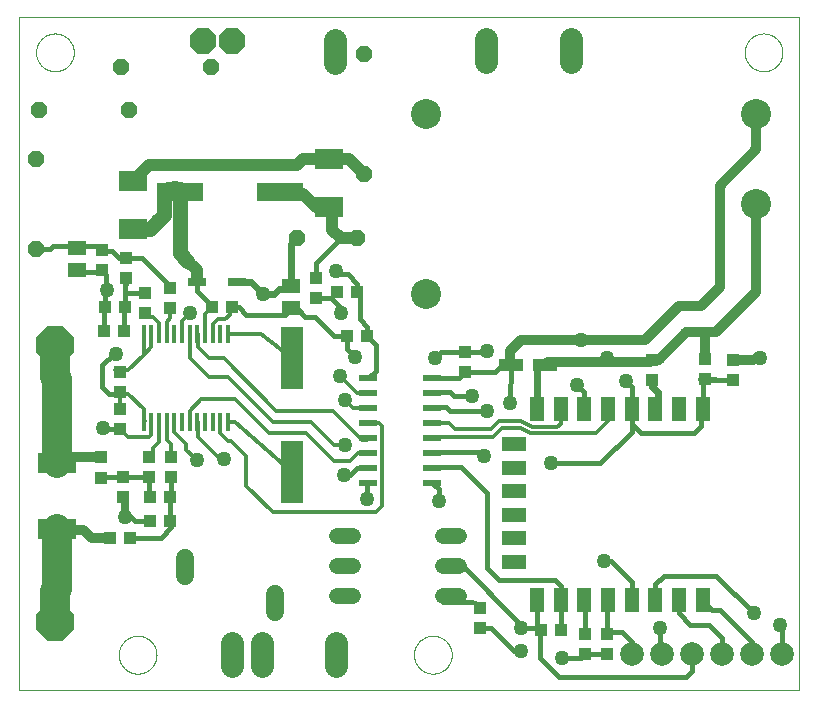
<source format=gtl>
G75*
%MOIN*%
%OFA0B0*%
%FSLAX25Y25*%
%IPPOS*%
%LPD*%
%AMOC8*
5,1,8,0,0,1.08239X$1,22.5*
%
%ADD10C,0.00000*%
%ADD11R,0.03937X0.04331*%
%ADD12R,0.04331X0.03937*%
%ADD13R,0.15354X0.06299*%
%ADD14R,0.07874X0.03937*%
%ADD15R,0.09449X0.07087*%
%ADD16R,0.06299X0.03150*%
%ADD17R,0.04724X0.07874*%
%ADD18R,0.07874X0.04724*%
%ADD19C,0.05200*%
%ADD20R,0.07600X0.21000*%
%ADD21OC8,0.05200*%
%ADD22OC8,0.07050*%
%ADD23C,0.06000*%
%ADD24R,0.05906X0.05118*%
%ADD25R,0.01378X0.05906*%
%ADD26C,0.10000*%
%ADD27C,0.07800*%
%ADD28R,0.06102X0.02362*%
%ADD29R,0.12598X0.07087*%
%ADD30C,0.07874*%
%ADD31OC8,0.12400*%
%ADD32OC8,0.08500*%
%ADD33C,0.05000*%
%ADD34C,0.02400*%
%ADD35C,0.01200*%
%ADD36C,0.01600*%
%ADD37C,0.06600*%
%ADD38C,0.04000*%
%ADD39C,0.10000*%
%ADD40C,0.03200*%
%ADD41C,0.05000*%
%ADD42C,0.01000*%
D10*
X0001256Y0022713D02*
X0001256Y0247122D01*
X0261108Y0247122D01*
X0261108Y0022713D01*
X0001256Y0022713D01*
X0034327Y0034524D02*
X0034329Y0034682D01*
X0034335Y0034840D01*
X0034345Y0034998D01*
X0034359Y0035156D01*
X0034377Y0035313D01*
X0034398Y0035470D01*
X0034424Y0035626D01*
X0034454Y0035782D01*
X0034487Y0035937D01*
X0034525Y0036090D01*
X0034566Y0036243D01*
X0034611Y0036395D01*
X0034660Y0036546D01*
X0034713Y0036695D01*
X0034769Y0036843D01*
X0034829Y0036989D01*
X0034893Y0037134D01*
X0034961Y0037277D01*
X0035032Y0037419D01*
X0035106Y0037559D01*
X0035184Y0037696D01*
X0035266Y0037832D01*
X0035350Y0037966D01*
X0035439Y0038097D01*
X0035530Y0038226D01*
X0035625Y0038353D01*
X0035722Y0038478D01*
X0035823Y0038600D01*
X0035927Y0038719D01*
X0036034Y0038836D01*
X0036144Y0038950D01*
X0036257Y0039061D01*
X0036372Y0039170D01*
X0036490Y0039275D01*
X0036611Y0039377D01*
X0036734Y0039477D01*
X0036860Y0039573D01*
X0036988Y0039666D01*
X0037118Y0039756D01*
X0037251Y0039842D01*
X0037386Y0039926D01*
X0037522Y0040005D01*
X0037661Y0040082D01*
X0037802Y0040154D01*
X0037944Y0040224D01*
X0038088Y0040289D01*
X0038234Y0040351D01*
X0038381Y0040409D01*
X0038530Y0040464D01*
X0038680Y0040515D01*
X0038831Y0040562D01*
X0038983Y0040605D01*
X0039136Y0040644D01*
X0039291Y0040680D01*
X0039446Y0040711D01*
X0039602Y0040739D01*
X0039758Y0040763D01*
X0039915Y0040783D01*
X0040073Y0040799D01*
X0040230Y0040811D01*
X0040389Y0040819D01*
X0040547Y0040823D01*
X0040705Y0040823D01*
X0040863Y0040819D01*
X0041022Y0040811D01*
X0041179Y0040799D01*
X0041337Y0040783D01*
X0041494Y0040763D01*
X0041650Y0040739D01*
X0041806Y0040711D01*
X0041961Y0040680D01*
X0042116Y0040644D01*
X0042269Y0040605D01*
X0042421Y0040562D01*
X0042572Y0040515D01*
X0042722Y0040464D01*
X0042871Y0040409D01*
X0043018Y0040351D01*
X0043164Y0040289D01*
X0043308Y0040224D01*
X0043450Y0040154D01*
X0043591Y0040082D01*
X0043730Y0040005D01*
X0043866Y0039926D01*
X0044001Y0039842D01*
X0044134Y0039756D01*
X0044264Y0039666D01*
X0044392Y0039573D01*
X0044518Y0039477D01*
X0044641Y0039377D01*
X0044762Y0039275D01*
X0044880Y0039170D01*
X0044995Y0039061D01*
X0045108Y0038950D01*
X0045218Y0038836D01*
X0045325Y0038719D01*
X0045429Y0038600D01*
X0045530Y0038478D01*
X0045627Y0038353D01*
X0045722Y0038226D01*
X0045813Y0038097D01*
X0045902Y0037966D01*
X0045986Y0037832D01*
X0046068Y0037696D01*
X0046146Y0037559D01*
X0046220Y0037419D01*
X0046291Y0037277D01*
X0046359Y0037134D01*
X0046423Y0036989D01*
X0046483Y0036843D01*
X0046539Y0036695D01*
X0046592Y0036546D01*
X0046641Y0036395D01*
X0046686Y0036243D01*
X0046727Y0036090D01*
X0046765Y0035937D01*
X0046798Y0035782D01*
X0046828Y0035626D01*
X0046854Y0035470D01*
X0046875Y0035313D01*
X0046893Y0035156D01*
X0046907Y0034998D01*
X0046917Y0034840D01*
X0046923Y0034682D01*
X0046925Y0034524D01*
X0046923Y0034366D01*
X0046917Y0034208D01*
X0046907Y0034050D01*
X0046893Y0033892D01*
X0046875Y0033735D01*
X0046854Y0033578D01*
X0046828Y0033422D01*
X0046798Y0033266D01*
X0046765Y0033111D01*
X0046727Y0032958D01*
X0046686Y0032805D01*
X0046641Y0032653D01*
X0046592Y0032502D01*
X0046539Y0032353D01*
X0046483Y0032205D01*
X0046423Y0032059D01*
X0046359Y0031914D01*
X0046291Y0031771D01*
X0046220Y0031629D01*
X0046146Y0031489D01*
X0046068Y0031352D01*
X0045986Y0031216D01*
X0045902Y0031082D01*
X0045813Y0030951D01*
X0045722Y0030822D01*
X0045627Y0030695D01*
X0045530Y0030570D01*
X0045429Y0030448D01*
X0045325Y0030329D01*
X0045218Y0030212D01*
X0045108Y0030098D01*
X0044995Y0029987D01*
X0044880Y0029878D01*
X0044762Y0029773D01*
X0044641Y0029671D01*
X0044518Y0029571D01*
X0044392Y0029475D01*
X0044264Y0029382D01*
X0044134Y0029292D01*
X0044001Y0029206D01*
X0043866Y0029122D01*
X0043730Y0029043D01*
X0043591Y0028966D01*
X0043450Y0028894D01*
X0043308Y0028824D01*
X0043164Y0028759D01*
X0043018Y0028697D01*
X0042871Y0028639D01*
X0042722Y0028584D01*
X0042572Y0028533D01*
X0042421Y0028486D01*
X0042269Y0028443D01*
X0042116Y0028404D01*
X0041961Y0028368D01*
X0041806Y0028337D01*
X0041650Y0028309D01*
X0041494Y0028285D01*
X0041337Y0028265D01*
X0041179Y0028249D01*
X0041022Y0028237D01*
X0040863Y0028229D01*
X0040705Y0028225D01*
X0040547Y0028225D01*
X0040389Y0028229D01*
X0040230Y0028237D01*
X0040073Y0028249D01*
X0039915Y0028265D01*
X0039758Y0028285D01*
X0039602Y0028309D01*
X0039446Y0028337D01*
X0039291Y0028368D01*
X0039136Y0028404D01*
X0038983Y0028443D01*
X0038831Y0028486D01*
X0038680Y0028533D01*
X0038530Y0028584D01*
X0038381Y0028639D01*
X0038234Y0028697D01*
X0038088Y0028759D01*
X0037944Y0028824D01*
X0037802Y0028894D01*
X0037661Y0028966D01*
X0037522Y0029043D01*
X0037386Y0029122D01*
X0037251Y0029206D01*
X0037118Y0029292D01*
X0036988Y0029382D01*
X0036860Y0029475D01*
X0036734Y0029571D01*
X0036611Y0029671D01*
X0036490Y0029773D01*
X0036372Y0029878D01*
X0036257Y0029987D01*
X0036144Y0030098D01*
X0036034Y0030212D01*
X0035927Y0030329D01*
X0035823Y0030448D01*
X0035722Y0030570D01*
X0035625Y0030695D01*
X0035530Y0030822D01*
X0035439Y0030951D01*
X0035350Y0031082D01*
X0035266Y0031216D01*
X0035184Y0031352D01*
X0035106Y0031489D01*
X0035032Y0031629D01*
X0034961Y0031771D01*
X0034893Y0031914D01*
X0034829Y0032059D01*
X0034769Y0032205D01*
X0034713Y0032353D01*
X0034660Y0032502D01*
X0034611Y0032653D01*
X0034566Y0032805D01*
X0034525Y0032958D01*
X0034487Y0033111D01*
X0034454Y0033266D01*
X0034424Y0033422D01*
X0034398Y0033578D01*
X0034377Y0033735D01*
X0034359Y0033892D01*
X0034345Y0034050D01*
X0034335Y0034208D01*
X0034329Y0034366D01*
X0034327Y0034524D01*
X0132752Y0034524D02*
X0132754Y0034682D01*
X0132760Y0034840D01*
X0132770Y0034998D01*
X0132784Y0035156D01*
X0132802Y0035313D01*
X0132823Y0035470D01*
X0132849Y0035626D01*
X0132879Y0035782D01*
X0132912Y0035937D01*
X0132950Y0036090D01*
X0132991Y0036243D01*
X0133036Y0036395D01*
X0133085Y0036546D01*
X0133138Y0036695D01*
X0133194Y0036843D01*
X0133254Y0036989D01*
X0133318Y0037134D01*
X0133386Y0037277D01*
X0133457Y0037419D01*
X0133531Y0037559D01*
X0133609Y0037696D01*
X0133691Y0037832D01*
X0133775Y0037966D01*
X0133864Y0038097D01*
X0133955Y0038226D01*
X0134050Y0038353D01*
X0134147Y0038478D01*
X0134248Y0038600D01*
X0134352Y0038719D01*
X0134459Y0038836D01*
X0134569Y0038950D01*
X0134682Y0039061D01*
X0134797Y0039170D01*
X0134915Y0039275D01*
X0135036Y0039377D01*
X0135159Y0039477D01*
X0135285Y0039573D01*
X0135413Y0039666D01*
X0135543Y0039756D01*
X0135676Y0039842D01*
X0135811Y0039926D01*
X0135947Y0040005D01*
X0136086Y0040082D01*
X0136227Y0040154D01*
X0136369Y0040224D01*
X0136513Y0040289D01*
X0136659Y0040351D01*
X0136806Y0040409D01*
X0136955Y0040464D01*
X0137105Y0040515D01*
X0137256Y0040562D01*
X0137408Y0040605D01*
X0137561Y0040644D01*
X0137716Y0040680D01*
X0137871Y0040711D01*
X0138027Y0040739D01*
X0138183Y0040763D01*
X0138340Y0040783D01*
X0138498Y0040799D01*
X0138655Y0040811D01*
X0138814Y0040819D01*
X0138972Y0040823D01*
X0139130Y0040823D01*
X0139288Y0040819D01*
X0139447Y0040811D01*
X0139604Y0040799D01*
X0139762Y0040783D01*
X0139919Y0040763D01*
X0140075Y0040739D01*
X0140231Y0040711D01*
X0140386Y0040680D01*
X0140541Y0040644D01*
X0140694Y0040605D01*
X0140846Y0040562D01*
X0140997Y0040515D01*
X0141147Y0040464D01*
X0141296Y0040409D01*
X0141443Y0040351D01*
X0141589Y0040289D01*
X0141733Y0040224D01*
X0141875Y0040154D01*
X0142016Y0040082D01*
X0142155Y0040005D01*
X0142291Y0039926D01*
X0142426Y0039842D01*
X0142559Y0039756D01*
X0142689Y0039666D01*
X0142817Y0039573D01*
X0142943Y0039477D01*
X0143066Y0039377D01*
X0143187Y0039275D01*
X0143305Y0039170D01*
X0143420Y0039061D01*
X0143533Y0038950D01*
X0143643Y0038836D01*
X0143750Y0038719D01*
X0143854Y0038600D01*
X0143955Y0038478D01*
X0144052Y0038353D01*
X0144147Y0038226D01*
X0144238Y0038097D01*
X0144327Y0037966D01*
X0144411Y0037832D01*
X0144493Y0037696D01*
X0144571Y0037559D01*
X0144645Y0037419D01*
X0144716Y0037277D01*
X0144784Y0037134D01*
X0144848Y0036989D01*
X0144908Y0036843D01*
X0144964Y0036695D01*
X0145017Y0036546D01*
X0145066Y0036395D01*
X0145111Y0036243D01*
X0145152Y0036090D01*
X0145190Y0035937D01*
X0145223Y0035782D01*
X0145253Y0035626D01*
X0145279Y0035470D01*
X0145300Y0035313D01*
X0145318Y0035156D01*
X0145332Y0034998D01*
X0145342Y0034840D01*
X0145348Y0034682D01*
X0145350Y0034524D01*
X0145348Y0034366D01*
X0145342Y0034208D01*
X0145332Y0034050D01*
X0145318Y0033892D01*
X0145300Y0033735D01*
X0145279Y0033578D01*
X0145253Y0033422D01*
X0145223Y0033266D01*
X0145190Y0033111D01*
X0145152Y0032958D01*
X0145111Y0032805D01*
X0145066Y0032653D01*
X0145017Y0032502D01*
X0144964Y0032353D01*
X0144908Y0032205D01*
X0144848Y0032059D01*
X0144784Y0031914D01*
X0144716Y0031771D01*
X0144645Y0031629D01*
X0144571Y0031489D01*
X0144493Y0031352D01*
X0144411Y0031216D01*
X0144327Y0031082D01*
X0144238Y0030951D01*
X0144147Y0030822D01*
X0144052Y0030695D01*
X0143955Y0030570D01*
X0143854Y0030448D01*
X0143750Y0030329D01*
X0143643Y0030212D01*
X0143533Y0030098D01*
X0143420Y0029987D01*
X0143305Y0029878D01*
X0143187Y0029773D01*
X0143066Y0029671D01*
X0142943Y0029571D01*
X0142817Y0029475D01*
X0142689Y0029382D01*
X0142559Y0029292D01*
X0142426Y0029206D01*
X0142291Y0029122D01*
X0142155Y0029043D01*
X0142016Y0028966D01*
X0141875Y0028894D01*
X0141733Y0028824D01*
X0141589Y0028759D01*
X0141443Y0028697D01*
X0141296Y0028639D01*
X0141147Y0028584D01*
X0140997Y0028533D01*
X0140846Y0028486D01*
X0140694Y0028443D01*
X0140541Y0028404D01*
X0140386Y0028368D01*
X0140231Y0028337D01*
X0140075Y0028309D01*
X0139919Y0028285D01*
X0139762Y0028265D01*
X0139604Y0028249D01*
X0139447Y0028237D01*
X0139288Y0028229D01*
X0139130Y0028225D01*
X0138972Y0028225D01*
X0138814Y0028229D01*
X0138655Y0028237D01*
X0138498Y0028249D01*
X0138340Y0028265D01*
X0138183Y0028285D01*
X0138027Y0028309D01*
X0137871Y0028337D01*
X0137716Y0028368D01*
X0137561Y0028404D01*
X0137408Y0028443D01*
X0137256Y0028486D01*
X0137105Y0028533D01*
X0136955Y0028584D01*
X0136806Y0028639D01*
X0136659Y0028697D01*
X0136513Y0028759D01*
X0136369Y0028824D01*
X0136227Y0028894D01*
X0136086Y0028966D01*
X0135947Y0029043D01*
X0135811Y0029122D01*
X0135676Y0029206D01*
X0135543Y0029292D01*
X0135413Y0029382D01*
X0135285Y0029475D01*
X0135159Y0029571D01*
X0135036Y0029671D01*
X0134915Y0029773D01*
X0134797Y0029878D01*
X0134682Y0029987D01*
X0134569Y0030098D01*
X0134459Y0030212D01*
X0134352Y0030329D01*
X0134248Y0030448D01*
X0134147Y0030570D01*
X0134050Y0030695D01*
X0133955Y0030822D01*
X0133864Y0030951D01*
X0133775Y0031082D01*
X0133691Y0031216D01*
X0133609Y0031352D01*
X0133531Y0031489D01*
X0133457Y0031629D01*
X0133386Y0031771D01*
X0133318Y0031914D01*
X0133254Y0032059D01*
X0133194Y0032205D01*
X0133138Y0032353D01*
X0133085Y0032502D01*
X0133036Y0032653D01*
X0132991Y0032805D01*
X0132950Y0032958D01*
X0132912Y0033111D01*
X0132879Y0033266D01*
X0132849Y0033422D01*
X0132823Y0033578D01*
X0132802Y0033735D01*
X0132784Y0033892D01*
X0132770Y0034050D01*
X0132760Y0034208D01*
X0132754Y0034366D01*
X0132752Y0034524D01*
X0242988Y0235311D02*
X0242990Y0235469D01*
X0242996Y0235627D01*
X0243006Y0235785D01*
X0243020Y0235943D01*
X0243038Y0236100D01*
X0243059Y0236257D01*
X0243085Y0236413D01*
X0243115Y0236569D01*
X0243148Y0236724D01*
X0243186Y0236877D01*
X0243227Y0237030D01*
X0243272Y0237182D01*
X0243321Y0237333D01*
X0243374Y0237482D01*
X0243430Y0237630D01*
X0243490Y0237776D01*
X0243554Y0237921D01*
X0243622Y0238064D01*
X0243693Y0238206D01*
X0243767Y0238346D01*
X0243845Y0238483D01*
X0243927Y0238619D01*
X0244011Y0238753D01*
X0244100Y0238884D01*
X0244191Y0239013D01*
X0244286Y0239140D01*
X0244383Y0239265D01*
X0244484Y0239387D01*
X0244588Y0239506D01*
X0244695Y0239623D01*
X0244805Y0239737D01*
X0244918Y0239848D01*
X0245033Y0239957D01*
X0245151Y0240062D01*
X0245272Y0240164D01*
X0245395Y0240264D01*
X0245521Y0240360D01*
X0245649Y0240453D01*
X0245779Y0240543D01*
X0245912Y0240629D01*
X0246047Y0240713D01*
X0246183Y0240792D01*
X0246322Y0240869D01*
X0246463Y0240941D01*
X0246605Y0241011D01*
X0246749Y0241076D01*
X0246895Y0241138D01*
X0247042Y0241196D01*
X0247191Y0241251D01*
X0247341Y0241302D01*
X0247492Y0241349D01*
X0247644Y0241392D01*
X0247797Y0241431D01*
X0247952Y0241467D01*
X0248107Y0241498D01*
X0248263Y0241526D01*
X0248419Y0241550D01*
X0248576Y0241570D01*
X0248734Y0241586D01*
X0248891Y0241598D01*
X0249050Y0241606D01*
X0249208Y0241610D01*
X0249366Y0241610D01*
X0249524Y0241606D01*
X0249683Y0241598D01*
X0249840Y0241586D01*
X0249998Y0241570D01*
X0250155Y0241550D01*
X0250311Y0241526D01*
X0250467Y0241498D01*
X0250622Y0241467D01*
X0250777Y0241431D01*
X0250930Y0241392D01*
X0251082Y0241349D01*
X0251233Y0241302D01*
X0251383Y0241251D01*
X0251532Y0241196D01*
X0251679Y0241138D01*
X0251825Y0241076D01*
X0251969Y0241011D01*
X0252111Y0240941D01*
X0252252Y0240869D01*
X0252391Y0240792D01*
X0252527Y0240713D01*
X0252662Y0240629D01*
X0252795Y0240543D01*
X0252925Y0240453D01*
X0253053Y0240360D01*
X0253179Y0240264D01*
X0253302Y0240164D01*
X0253423Y0240062D01*
X0253541Y0239957D01*
X0253656Y0239848D01*
X0253769Y0239737D01*
X0253879Y0239623D01*
X0253986Y0239506D01*
X0254090Y0239387D01*
X0254191Y0239265D01*
X0254288Y0239140D01*
X0254383Y0239013D01*
X0254474Y0238884D01*
X0254563Y0238753D01*
X0254647Y0238619D01*
X0254729Y0238483D01*
X0254807Y0238346D01*
X0254881Y0238206D01*
X0254952Y0238064D01*
X0255020Y0237921D01*
X0255084Y0237776D01*
X0255144Y0237630D01*
X0255200Y0237482D01*
X0255253Y0237333D01*
X0255302Y0237182D01*
X0255347Y0237030D01*
X0255388Y0236877D01*
X0255426Y0236724D01*
X0255459Y0236569D01*
X0255489Y0236413D01*
X0255515Y0236257D01*
X0255536Y0236100D01*
X0255554Y0235943D01*
X0255568Y0235785D01*
X0255578Y0235627D01*
X0255584Y0235469D01*
X0255586Y0235311D01*
X0255584Y0235153D01*
X0255578Y0234995D01*
X0255568Y0234837D01*
X0255554Y0234679D01*
X0255536Y0234522D01*
X0255515Y0234365D01*
X0255489Y0234209D01*
X0255459Y0234053D01*
X0255426Y0233898D01*
X0255388Y0233745D01*
X0255347Y0233592D01*
X0255302Y0233440D01*
X0255253Y0233289D01*
X0255200Y0233140D01*
X0255144Y0232992D01*
X0255084Y0232846D01*
X0255020Y0232701D01*
X0254952Y0232558D01*
X0254881Y0232416D01*
X0254807Y0232276D01*
X0254729Y0232139D01*
X0254647Y0232003D01*
X0254563Y0231869D01*
X0254474Y0231738D01*
X0254383Y0231609D01*
X0254288Y0231482D01*
X0254191Y0231357D01*
X0254090Y0231235D01*
X0253986Y0231116D01*
X0253879Y0230999D01*
X0253769Y0230885D01*
X0253656Y0230774D01*
X0253541Y0230665D01*
X0253423Y0230560D01*
X0253302Y0230458D01*
X0253179Y0230358D01*
X0253053Y0230262D01*
X0252925Y0230169D01*
X0252795Y0230079D01*
X0252662Y0229993D01*
X0252527Y0229909D01*
X0252391Y0229830D01*
X0252252Y0229753D01*
X0252111Y0229681D01*
X0251969Y0229611D01*
X0251825Y0229546D01*
X0251679Y0229484D01*
X0251532Y0229426D01*
X0251383Y0229371D01*
X0251233Y0229320D01*
X0251082Y0229273D01*
X0250930Y0229230D01*
X0250777Y0229191D01*
X0250622Y0229155D01*
X0250467Y0229124D01*
X0250311Y0229096D01*
X0250155Y0229072D01*
X0249998Y0229052D01*
X0249840Y0229036D01*
X0249683Y0229024D01*
X0249524Y0229016D01*
X0249366Y0229012D01*
X0249208Y0229012D01*
X0249050Y0229016D01*
X0248891Y0229024D01*
X0248734Y0229036D01*
X0248576Y0229052D01*
X0248419Y0229072D01*
X0248263Y0229096D01*
X0248107Y0229124D01*
X0247952Y0229155D01*
X0247797Y0229191D01*
X0247644Y0229230D01*
X0247492Y0229273D01*
X0247341Y0229320D01*
X0247191Y0229371D01*
X0247042Y0229426D01*
X0246895Y0229484D01*
X0246749Y0229546D01*
X0246605Y0229611D01*
X0246463Y0229681D01*
X0246322Y0229753D01*
X0246183Y0229830D01*
X0246047Y0229909D01*
X0245912Y0229993D01*
X0245779Y0230079D01*
X0245649Y0230169D01*
X0245521Y0230262D01*
X0245395Y0230358D01*
X0245272Y0230458D01*
X0245151Y0230560D01*
X0245033Y0230665D01*
X0244918Y0230774D01*
X0244805Y0230885D01*
X0244695Y0230999D01*
X0244588Y0231116D01*
X0244484Y0231235D01*
X0244383Y0231357D01*
X0244286Y0231482D01*
X0244191Y0231609D01*
X0244100Y0231738D01*
X0244011Y0231869D01*
X0243927Y0232003D01*
X0243845Y0232139D01*
X0243767Y0232276D01*
X0243693Y0232416D01*
X0243622Y0232558D01*
X0243554Y0232701D01*
X0243490Y0232846D01*
X0243430Y0232992D01*
X0243374Y0233140D01*
X0243321Y0233289D01*
X0243272Y0233440D01*
X0243227Y0233592D01*
X0243186Y0233745D01*
X0243148Y0233898D01*
X0243115Y0234053D01*
X0243085Y0234209D01*
X0243059Y0234365D01*
X0243038Y0234522D01*
X0243020Y0234679D01*
X0243006Y0234837D01*
X0242996Y0234995D01*
X0242990Y0235153D01*
X0242988Y0235311D01*
X0006768Y0235311D02*
X0006770Y0235469D01*
X0006776Y0235627D01*
X0006786Y0235785D01*
X0006800Y0235943D01*
X0006818Y0236100D01*
X0006839Y0236257D01*
X0006865Y0236413D01*
X0006895Y0236569D01*
X0006928Y0236724D01*
X0006966Y0236877D01*
X0007007Y0237030D01*
X0007052Y0237182D01*
X0007101Y0237333D01*
X0007154Y0237482D01*
X0007210Y0237630D01*
X0007270Y0237776D01*
X0007334Y0237921D01*
X0007402Y0238064D01*
X0007473Y0238206D01*
X0007547Y0238346D01*
X0007625Y0238483D01*
X0007707Y0238619D01*
X0007791Y0238753D01*
X0007880Y0238884D01*
X0007971Y0239013D01*
X0008066Y0239140D01*
X0008163Y0239265D01*
X0008264Y0239387D01*
X0008368Y0239506D01*
X0008475Y0239623D01*
X0008585Y0239737D01*
X0008698Y0239848D01*
X0008813Y0239957D01*
X0008931Y0240062D01*
X0009052Y0240164D01*
X0009175Y0240264D01*
X0009301Y0240360D01*
X0009429Y0240453D01*
X0009559Y0240543D01*
X0009692Y0240629D01*
X0009827Y0240713D01*
X0009963Y0240792D01*
X0010102Y0240869D01*
X0010243Y0240941D01*
X0010385Y0241011D01*
X0010529Y0241076D01*
X0010675Y0241138D01*
X0010822Y0241196D01*
X0010971Y0241251D01*
X0011121Y0241302D01*
X0011272Y0241349D01*
X0011424Y0241392D01*
X0011577Y0241431D01*
X0011732Y0241467D01*
X0011887Y0241498D01*
X0012043Y0241526D01*
X0012199Y0241550D01*
X0012356Y0241570D01*
X0012514Y0241586D01*
X0012671Y0241598D01*
X0012830Y0241606D01*
X0012988Y0241610D01*
X0013146Y0241610D01*
X0013304Y0241606D01*
X0013463Y0241598D01*
X0013620Y0241586D01*
X0013778Y0241570D01*
X0013935Y0241550D01*
X0014091Y0241526D01*
X0014247Y0241498D01*
X0014402Y0241467D01*
X0014557Y0241431D01*
X0014710Y0241392D01*
X0014862Y0241349D01*
X0015013Y0241302D01*
X0015163Y0241251D01*
X0015312Y0241196D01*
X0015459Y0241138D01*
X0015605Y0241076D01*
X0015749Y0241011D01*
X0015891Y0240941D01*
X0016032Y0240869D01*
X0016171Y0240792D01*
X0016307Y0240713D01*
X0016442Y0240629D01*
X0016575Y0240543D01*
X0016705Y0240453D01*
X0016833Y0240360D01*
X0016959Y0240264D01*
X0017082Y0240164D01*
X0017203Y0240062D01*
X0017321Y0239957D01*
X0017436Y0239848D01*
X0017549Y0239737D01*
X0017659Y0239623D01*
X0017766Y0239506D01*
X0017870Y0239387D01*
X0017971Y0239265D01*
X0018068Y0239140D01*
X0018163Y0239013D01*
X0018254Y0238884D01*
X0018343Y0238753D01*
X0018427Y0238619D01*
X0018509Y0238483D01*
X0018587Y0238346D01*
X0018661Y0238206D01*
X0018732Y0238064D01*
X0018800Y0237921D01*
X0018864Y0237776D01*
X0018924Y0237630D01*
X0018980Y0237482D01*
X0019033Y0237333D01*
X0019082Y0237182D01*
X0019127Y0237030D01*
X0019168Y0236877D01*
X0019206Y0236724D01*
X0019239Y0236569D01*
X0019269Y0236413D01*
X0019295Y0236257D01*
X0019316Y0236100D01*
X0019334Y0235943D01*
X0019348Y0235785D01*
X0019358Y0235627D01*
X0019364Y0235469D01*
X0019366Y0235311D01*
X0019364Y0235153D01*
X0019358Y0234995D01*
X0019348Y0234837D01*
X0019334Y0234679D01*
X0019316Y0234522D01*
X0019295Y0234365D01*
X0019269Y0234209D01*
X0019239Y0234053D01*
X0019206Y0233898D01*
X0019168Y0233745D01*
X0019127Y0233592D01*
X0019082Y0233440D01*
X0019033Y0233289D01*
X0018980Y0233140D01*
X0018924Y0232992D01*
X0018864Y0232846D01*
X0018800Y0232701D01*
X0018732Y0232558D01*
X0018661Y0232416D01*
X0018587Y0232276D01*
X0018509Y0232139D01*
X0018427Y0232003D01*
X0018343Y0231869D01*
X0018254Y0231738D01*
X0018163Y0231609D01*
X0018068Y0231482D01*
X0017971Y0231357D01*
X0017870Y0231235D01*
X0017766Y0231116D01*
X0017659Y0230999D01*
X0017549Y0230885D01*
X0017436Y0230774D01*
X0017321Y0230665D01*
X0017203Y0230560D01*
X0017082Y0230458D01*
X0016959Y0230358D01*
X0016833Y0230262D01*
X0016705Y0230169D01*
X0016575Y0230079D01*
X0016442Y0229993D01*
X0016307Y0229909D01*
X0016171Y0229830D01*
X0016032Y0229753D01*
X0015891Y0229681D01*
X0015749Y0229611D01*
X0015605Y0229546D01*
X0015459Y0229484D01*
X0015312Y0229426D01*
X0015163Y0229371D01*
X0015013Y0229320D01*
X0014862Y0229273D01*
X0014710Y0229230D01*
X0014557Y0229191D01*
X0014402Y0229155D01*
X0014247Y0229124D01*
X0014091Y0229096D01*
X0013935Y0229072D01*
X0013778Y0229052D01*
X0013620Y0229036D01*
X0013463Y0229024D01*
X0013304Y0229016D01*
X0013146Y0229012D01*
X0012988Y0229012D01*
X0012830Y0229016D01*
X0012671Y0229024D01*
X0012514Y0229036D01*
X0012356Y0229052D01*
X0012199Y0229072D01*
X0012043Y0229096D01*
X0011887Y0229124D01*
X0011732Y0229155D01*
X0011577Y0229191D01*
X0011424Y0229230D01*
X0011272Y0229273D01*
X0011121Y0229320D01*
X0010971Y0229371D01*
X0010822Y0229426D01*
X0010675Y0229484D01*
X0010529Y0229546D01*
X0010385Y0229611D01*
X0010243Y0229681D01*
X0010102Y0229753D01*
X0009963Y0229830D01*
X0009827Y0229909D01*
X0009692Y0229993D01*
X0009559Y0230079D01*
X0009429Y0230169D01*
X0009301Y0230262D01*
X0009175Y0230358D01*
X0009052Y0230458D01*
X0008931Y0230560D01*
X0008813Y0230665D01*
X0008698Y0230774D01*
X0008585Y0230885D01*
X0008475Y0230999D01*
X0008368Y0231116D01*
X0008264Y0231235D01*
X0008163Y0231357D01*
X0008066Y0231482D01*
X0007971Y0231609D01*
X0007880Y0231738D01*
X0007791Y0231869D01*
X0007707Y0232003D01*
X0007625Y0232139D01*
X0007547Y0232276D01*
X0007473Y0232416D01*
X0007402Y0232558D01*
X0007334Y0232701D01*
X0007270Y0232846D01*
X0007210Y0232992D01*
X0007154Y0233140D01*
X0007101Y0233289D01*
X0007052Y0233440D01*
X0007007Y0233592D01*
X0006966Y0233745D01*
X0006928Y0233898D01*
X0006895Y0234053D01*
X0006865Y0234209D01*
X0006839Y0234365D01*
X0006818Y0234522D01*
X0006800Y0234679D01*
X0006786Y0234837D01*
X0006776Y0234995D01*
X0006770Y0235153D01*
X0006768Y0235311D01*
D11*
X0028608Y0169356D03*
X0028608Y0162663D03*
X0036906Y0160163D03*
X0036906Y0166856D03*
X0036167Y0142516D03*
X0029474Y0142516D03*
X0034593Y0128746D03*
X0034593Y0122053D03*
X0034612Y0116374D03*
X0034612Y0109681D03*
X0035813Y0093746D03*
X0035813Y0087053D03*
X0037959Y0073510D03*
X0031266Y0073510D03*
X0107230Y0155459D03*
X0113923Y0155459D03*
X0149740Y0135469D03*
X0149740Y0128776D03*
X0239179Y0126157D03*
X0239179Y0132850D03*
X0181837Y0042870D03*
X0175144Y0042870D03*
D12*
X0189711Y0041305D03*
X0189711Y0034612D03*
X0197211Y0034612D03*
X0197211Y0041305D03*
X0154770Y0043392D03*
X0154770Y0050085D03*
X0212240Y0126157D03*
X0212240Y0132850D03*
X0229652Y0133096D03*
X0229652Y0126404D03*
X0117093Y0140705D03*
X0110400Y0140705D03*
X0100144Y0153392D03*
X0100144Y0160085D03*
X0072152Y0150400D03*
X0065459Y0150400D03*
X0051423Y0150026D03*
X0051423Y0156719D03*
X0043136Y0155144D03*
X0036531Y0150419D03*
X0029839Y0150419D03*
X0043136Y0148451D03*
X0044386Y0100469D03*
X0051886Y0100469D03*
X0051886Y0093776D03*
X0051531Y0087053D03*
X0044839Y0087053D03*
X0044386Y0093776D03*
X0044740Y0079140D03*
X0051433Y0079140D03*
X0028352Y0093589D03*
X0028352Y0100281D03*
D13*
X0054711Y0188825D03*
X0088175Y0188825D03*
D14*
X0165232Y0131079D03*
X0176453Y0131079D03*
D15*
X0104455Y0183766D03*
X0104455Y0199711D03*
X0039002Y0192368D03*
X0039002Y0176423D03*
D16*
X0060528Y0158825D03*
X0073913Y0158825D03*
D17*
X0173835Y0116591D03*
X0181709Y0116591D03*
X0189583Y0116591D03*
X0197457Y0116591D03*
X0205331Y0116591D03*
X0213205Y0116591D03*
X0221079Y0116591D03*
X0228953Y0116591D03*
X0228953Y0052811D03*
X0221079Y0052811D03*
X0213205Y0052811D03*
X0205331Y0052811D03*
X0197457Y0052811D03*
X0189583Y0052811D03*
X0181709Y0052811D03*
X0173835Y0052811D03*
D18*
X0165961Y0065409D03*
X0165961Y0073283D03*
X0165961Y0081157D03*
X0165961Y0089031D03*
X0165961Y0096906D03*
X0165961Y0104780D03*
D19*
X0147617Y0074061D02*
X0142417Y0074061D01*
X0142417Y0064061D02*
X0147617Y0064061D01*
X0147617Y0054061D02*
X0142417Y0054061D01*
X0112417Y0054061D02*
X0107217Y0054061D01*
X0107217Y0064061D02*
X0112417Y0064061D01*
X0112417Y0074061D02*
X0107217Y0074061D01*
D20*
X0092230Y0095474D03*
X0092230Y0133474D03*
D21*
X0093707Y0173333D03*
X0113707Y0173333D03*
X0116118Y0194661D03*
X0116118Y0234661D03*
X0065163Y0230577D03*
X0037683Y0216167D03*
X0035163Y0230577D03*
X0007683Y0216167D03*
X0006856Y0199927D03*
X0006856Y0169927D03*
D22*
X0013687Y0126384D03*
X0013687Y0056384D03*
D23*
X0056285Y0060683D02*
X0056285Y0066683D01*
X0086285Y0054683D02*
X0086285Y0048683D01*
D24*
X0091807Y0149996D03*
X0091807Y0157476D03*
X0020311Y0162732D03*
X0020311Y0170213D03*
D25*
X0042663Y0141541D03*
X0045222Y0141541D03*
X0047781Y0141541D03*
X0050341Y0141541D03*
X0052900Y0141541D03*
X0055459Y0141541D03*
X0058018Y0141541D03*
X0060577Y0141541D03*
X0063136Y0141541D03*
X0065695Y0141541D03*
X0068254Y0141541D03*
X0070813Y0141541D03*
X0070813Y0112112D03*
X0068254Y0112112D03*
X0065695Y0112112D03*
X0063136Y0112112D03*
X0060577Y0112112D03*
X0058018Y0112112D03*
X0055459Y0112112D03*
X0052900Y0112112D03*
X0050341Y0112112D03*
X0047781Y0112112D03*
X0045222Y0112112D03*
X0042663Y0112112D03*
D26*
X0136886Y0154720D03*
X0136886Y0214720D03*
X0246886Y0214720D03*
X0246886Y0184720D03*
D27*
X0185232Y0232130D02*
X0185232Y0239930D01*
X0156699Y0239930D02*
X0156699Y0232130D01*
X0106384Y0231716D02*
X0106384Y0239516D01*
X0106679Y0038433D02*
X0106679Y0030633D01*
X0082004Y0030633D02*
X0082004Y0038433D01*
X0072122Y0038433D02*
X0072122Y0030633D01*
D28*
X0117585Y0091797D03*
X0117585Y0096797D03*
X0117585Y0101797D03*
X0117585Y0106797D03*
X0117585Y0111797D03*
X0117585Y0116797D03*
X0117585Y0121797D03*
X0117585Y0126797D03*
X0138835Y0126797D03*
X0138835Y0121797D03*
X0138835Y0116797D03*
X0138835Y0111797D03*
X0138835Y0106797D03*
X0138835Y0101797D03*
X0138835Y0096797D03*
X0138835Y0091797D03*
D29*
X0013677Y0098598D03*
X0013677Y0076551D03*
D30*
X0205478Y0034809D03*
X0215478Y0034809D03*
X0225478Y0034809D03*
X0235478Y0034809D03*
X0245478Y0034809D03*
X0255478Y0034809D03*
D31*
X0013067Y0045547D03*
X0013067Y0137673D03*
D32*
X0062280Y0239248D03*
X0072122Y0239248D03*
D33*
X0047319Y0179012D03*
X0057240Y0165872D03*
X0058073Y0148520D03*
X0082309Y0154888D03*
X0106758Y0162447D03*
X0108333Y0148274D03*
X0113067Y0133736D03*
X0108136Y0127309D03*
X0109711Y0119533D03*
X0109711Y0104533D03*
X0109461Y0094371D03*
X0117004Y0086492D03*
X0140961Y0085783D03*
X0155961Y0100783D03*
X0157211Y0115783D03*
X0152211Y0120783D03*
X0164711Y0118283D03*
X0157211Y0135783D03*
X0139711Y0133283D03*
X0178461Y0098283D03*
X0187211Y0124533D03*
X0197211Y0133283D03*
X0203461Y0125783D03*
X0188461Y0139533D03*
X0247929Y0133283D03*
X0195961Y0065783D03*
X0214711Y0043283D03*
X0245961Y0048283D03*
X0254711Y0044533D03*
X0182211Y0033283D03*
X0168461Y0035783D03*
X0168461Y0043283D03*
X0069386Y0099622D03*
X0060301Y0099455D03*
X0036295Y0080587D03*
X0028943Y0110016D03*
X0033530Y0134888D03*
X0030380Y0156148D03*
D34*
X0060852Y0159760D02*
X0061226Y0159760D01*
X0073913Y0158825D02*
X0078372Y0158825D01*
X0082309Y0154888D01*
X0086187Y0154888D01*
X0087870Y0156571D01*
X0090902Y0156571D01*
X0091807Y0157476D01*
X0091807Y0171433D01*
X0093707Y0173333D01*
X0173835Y0131079D02*
X0173835Y0116591D01*
X0173835Y0131079D02*
X0176453Y0131079D01*
X0212240Y0126157D02*
X0212240Y0123933D01*
X0214051Y0122122D01*
X0214051Y0117437D01*
X0213205Y0116591D01*
X0173835Y0052811D02*
X0173835Y0049917D01*
D35*
X0122211Y0084022D02*
X0120173Y0081984D01*
X0085774Y0081984D01*
X0076886Y0090872D01*
X0076886Y0100872D01*
X0071886Y0105872D01*
X0070636Y0105872D01*
X0068136Y0108372D01*
X0068136Y0111994D01*
X0068254Y0112112D01*
X0070813Y0112112D02*
X0073230Y0112112D01*
X0092230Y0095474D01*
X0096886Y0108372D02*
X0084386Y0108372D01*
X0073136Y0119622D01*
X0061886Y0119622D01*
X0058136Y0115872D01*
X0058136Y0112230D01*
X0058018Y0112112D01*
X0060577Y0112112D02*
X0060636Y0112053D01*
X0060636Y0107122D01*
X0068136Y0099622D01*
X0069386Y0099622D01*
X0060301Y0099455D02*
X0056886Y0102870D01*
X0056886Y0104622D01*
X0052900Y0108608D01*
X0052900Y0112112D01*
X0050341Y0112112D02*
X0050341Y0106167D01*
X0051886Y0104622D01*
X0051886Y0100469D01*
X0045636Y0101719D02*
X0044386Y0100469D01*
X0045636Y0101719D02*
X0045636Y0103372D01*
X0047781Y0105518D01*
X0047781Y0112112D01*
X0045222Y0112112D02*
X0045222Y0107624D01*
X0044563Y0106965D01*
X0037329Y0106965D01*
X0034612Y0109681D01*
X0034612Y0116374D02*
X0034612Y0121640D01*
X0034593Y0122053D01*
X0033037Y0121640D01*
X0034435Y0121502D02*
X0037467Y0121502D01*
X0042663Y0116305D01*
X0042663Y0112112D01*
X0042978Y0112427D01*
X0034593Y0128746D02*
X0033254Y0129376D01*
X0037467Y0129376D01*
X0042663Y0134573D01*
X0042663Y0141541D01*
X0045222Y0141541D02*
X0045222Y0137132D01*
X0042663Y0134573D01*
X0047781Y0141541D02*
X0047781Y0144976D01*
X0045636Y0147122D01*
X0044386Y0147122D01*
X0043136Y0148372D01*
X0043136Y0148451D01*
X0050341Y0145577D02*
X0050341Y0141541D01*
X0050341Y0145577D02*
X0051423Y0146659D01*
X0051423Y0150026D01*
X0055459Y0145906D02*
X0058073Y0148520D01*
X0055459Y0145906D02*
X0055459Y0141541D01*
X0058018Y0141541D02*
X0058136Y0141423D01*
X0058136Y0133372D01*
X0064386Y0127122D01*
X0070636Y0127122D01*
X0085636Y0112122D01*
X0098461Y0112122D01*
X0106049Y0104533D01*
X0109711Y0104533D01*
X0114199Y0101797D02*
X0111492Y0099091D01*
X0106167Y0099091D01*
X0096886Y0108372D01*
X0105734Y0115872D02*
X0115429Y0106177D01*
X0116965Y0106177D01*
X0117585Y0106797D01*
X0117585Y0101797D02*
X0114199Y0101797D01*
X0122211Y0110783D02*
X0122211Y0084022D01*
X0138835Y0106797D02*
X0139071Y0107033D01*
X0159248Y0107033D01*
X0162211Y0109996D01*
X0167998Y0109996D01*
X0171679Y0108283D01*
X0193461Y0108283D01*
X0197457Y0112280D01*
X0197457Y0116591D01*
X0181709Y0116591D02*
X0181709Y0111531D01*
X0180567Y0110390D01*
X0172535Y0110390D01*
X0168067Y0112496D01*
X0161118Y0112496D01*
X0158343Y0109720D01*
X0146531Y0109720D01*
X0144563Y0111689D01*
X0138943Y0111689D01*
X0138835Y0111797D01*
X0139071Y0112033D01*
X0122211Y0110783D02*
X0121197Y0111797D01*
X0117585Y0111797D01*
X0117585Y0116797D02*
X0112447Y0116797D01*
X0109711Y0119533D01*
X0113697Y0121797D02*
X0109711Y0125783D01*
X0108136Y0127309D01*
X0113697Y0121797D02*
X0117585Y0121797D01*
X0105734Y0115872D02*
X0086886Y0115872D01*
X0069386Y0133372D01*
X0064386Y0133372D01*
X0060636Y0137122D01*
X0060636Y0141482D01*
X0060577Y0141541D01*
X0063136Y0141541D02*
X0063136Y0148077D01*
X0065459Y0150400D01*
X0067398Y0146335D02*
X0065695Y0144632D01*
X0065695Y0141541D01*
X0067398Y0146335D02*
X0069760Y0146335D01*
X0071335Y0147909D01*
X0071335Y0149583D01*
X0072152Y0150400D01*
X0070813Y0141541D02*
X0081801Y0141541D01*
X0092230Y0133474D01*
D36*
X0099681Y0147122D02*
X0105980Y0140823D01*
X0110281Y0140823D01*
X0110400Y0140705D01*
X0110400Y0136404D01*
X0113067Y0133736D01*
X0119947Y0137850D02*
X0119947Y0129159D01*
X0117585Y0126797D01*
X0119947Y0137850D02*
X0117093Y0140705D01*
X0117093Y0143884D01*
X0114642Y0146335D01*
X0114642Y0154740D01*
X0113923Y0155459D01*
X0113923Y0158077D01*
X0110705Y0161295D01*
X0107909Y0161295D01*
X0106758Y0162447D01*
X0100144Y0160085D02*
X0100144Y0164967D01*
X0108510Y0173333D01*
X0107230Y0155459D02*
X0105163Y0153392D01*
X0108333Y0150222D01*
X0108333Y0148274D01*
X0105163Y0153392D02*
X0100144Y0153392D01*
X0099681Y0147122D02*
X0096531Y0147122D01*
X0093657Y0149996D01*
X0091807Y0149996D01*
X0089720Y0147909D01*
X0076846Y0147909D01*
X0074356Y0150400D01*
X0072152Y0150400D01*
X0065459Y0150400D02*
X0065459Y0150636D01*
X0060311Y0155783D01*
X0060311Y0159041D01*
X0060528Y0158825D01*
X0060852Y0159760D02*
X0060852Y0162260D01*
X0057240Y0165872D01*
X0051423Y0157585D02*
X0042201Y0166807D01*
X0036955Y0166807D01*
X0036906Y0166856D01*
X0034278Y0166856D01*
X0031965Y0169169D01*
X0028795Y0169169D01*
X0028608Y0169356D01*
X0028608Y0169150D01*
X0026886Y0170872D01*
X0020183Y0170872D01*
X0020311Y0170213D01*
X0021354Y0170744D01*
X0012280Y0170744D01*
X0011463Y0169927D01*
X0006856Y0169927D01*
X0020311Y0162732D02*
X0022526Y0162732D01*
X0023136Y0162122D01*
X0028362Y0162122D01*
X0028608Y0162663D01*
X0030183Y0161069D01*
X0030380Y0156148D01*
X0029839Y0154327D01*
X0029839Y0150419D01*
X0029474Y0150055D01*
X0029474Y0142516D01*
X0036167Y0142516D02*
X0036167Y0150055D01*
X0036531Y0150419D01*
X0036531Y0156640D01*
X0036906Y0160163D01*
X0036413Y0155144D01*
X0043136Y0155144D01*
X0051423Y0156719D02*
X0051423Y0157585D01*
X0033530Y0134888D02*
X0032742Y0134888D01*
X0028805Y0130951D01*
X0028805Y0123864D01*
X0031167Y0121502D01*
X0034435Y0121502D01*
X0034593Y0122053D01*
X0034612Y0109681D02*
X0029278Y0109681D01*
X0028943Y0110016D01*
X0028510Y0093746D02*
X0028352Y0093589D01*
X0028510Y0093746D02*
X0035813Y0093746D01*
X0035843Y0093776D01*
X0044386Y0093776D01*
X0044386Y0087506D01*
X0044839Y0087053D01*
X0051531Y0087053D02*
X0051531Y0079238D01*
X0051433Y0079140D01*
X0051886Y0078687D01*
X0051886Y0077122D01*
X0048274Y0073510D01*
X0037959Y0073510D01*
X0039868Y0079140D02*
X0036886Y0082122D01*
X0036886Y0085980D01*
X0035813Y0087053D01*
X0035813Y0083254D01*
X0036295Y0080587D01*
X0039868Y0079140D02*
X0044740Y0079140D01*
X0051531Y0087053D02*
X0051886Y0087407D01*
X0051886Y0093776D01*
X0109461Y0094371D02*
X0111497Y0094371D01*
X0113854Y0096728D01*
X0117516Y0096728D01*
X0117585Y0096797D01*
X0117585Y0091797D02*
X0117004Y0091217D01*
X0117004Y0086492D01*
X0138835Y0091797D02*
X0140961Y0089671D01*
X0140961Y0085783D01*
X0138835Y0096797D02*
X0139071Y0097033D01*
X0148461Y0097033D01*
X0157211Y0088283D01*
X0157211Y0063283D01*
X0160961Y0059533D01*
X0179711Y0059533D01*
X0181709Y0057535D01*
X0181709Y0052811D01*
X0181709Y0042870D01*
X0181837Y0042870D01*
X0175144Y0042870D02*
X0174711Y0042437D01*
X0174711Y0033283D01*
X0180961Y0027033D01*
X0223461Y0027033D01*
X0225478Y0029051D01*
X0225478Y0034809D01*
X0224711Y0044533D02*
X0220961Y0048283D01*
X0220961Y0052693D01*
X0221079Y0052811D01*
X0228953Y0052811D02*
X0232230Y0049533D01*
X0234711Y0049533D01*
X0245478Y0038766D01*
X0245478Y0034809D01*
X0235478Y0034809D02*
X0235478Y0040016D01*
X0230961Y0044533D01*
X0224711Y0044533D01*
X0214711Y0043283D02*
X0214711Y0038077D01*
X0215478Y0034809D01*
X0205478Y0034809D02*
X0205478Y0038766D01*
X0202211Y0042033D01*
X0197939Y0042033D01*
X0197211Y0041305D01*
X0197211Y0052565D01*
X0197457Y0052811D01*
X0205331Y0052811D02*
X0205331Y0058913D01*
X0198461Y0065783D01*
X0195961Y0065783D01*
X0189583Y0052811D02*
X0189711Y0052683D01*
X0189711Y0041305D01*
X0189711Y0034612D02*
X0188382Y0033283D01*
X0182211Y0033283D01*
X0189711Y0034612D02*
X0197211Y0034612D01*
X0175144Y0042870D02*
X0173835Y0042870D01*
X0173421Y0043283D01*
X0168461Y0043283D01*
X0167211Y0044533D01*
X0167211Y0045783D01*
X0148933Y0064061D01*
X0142417Y0064061D01*
X0142417Y0054061D02*
X0142476Y0052033D01*
X0152211Y0052033D01*
X0154159Y0051335D01*
X0154770Y0050085D01*
X0154770Y0043392D02*
X0158352Y0043392D01*
X0165961Y0035783D01*
X0168461Y0035783D01*
X0173835Y0042870D02*
X0173835Y0052811D01*
X0213205Y0052811D02*
X0213205Y0058028D01*
X0215961Y0060783D01*
X0233461Y0060783D01*
X0245961Y0048283D01*
X0254711Y0044533D02*
X0255478Y0043766D01*
X0255478Y0034809D01*
X0194711Y0098283D02*
X0178461Y0098283D01*
X0194711Y0098283D02*
X0205331Y0108904D01*
X0205331Y0111413D01*
X0208461Y0108283D01*
X0225961Y0108283D01*
X0228461Y0110783D01*
X0228461Y0116098D01*
X0228953Y0116591D01*
X0228953Y0126157D01*
X0239179Y0126157D01*
X0227929Y0126404D01*
X0229652Y0126404D01*
X0205331Y0123913D02*
X0205331Y0116591D01*
X0205331Y0111413D01*
X0205331Y0123913D02*
X0203461Y0125783D01*
X0195961Y0132033D02*
X0197211Y0133283D01*
X0195961Y0132033D02*
X0193461Y0132033D01*
X0187211Y0124533D02*
X0189583Y0122161D01*
X0189583Y0116591D01*
X0164711Y0118283D02*
X0165232Y0131305D01*
X0165232Y0131079D01*
X0164711Y0131600D02*
X0162644Y0131600D01*
X0159819Y0128776D01*
X0149740Y0128776D01*
X0147762Y0126797D01*
X0138835Y0126797D01*
X0139071Y0122033D02*
X0138835Y0121797D01*
X0139071Y0122033D02*
X0144711Y0122033D01*
X0145961Y0120783D01*
X0152211Y0120783D01*
X0157211Y0115783D02*
X0144711Y0115783D01*
X0143461Y0117033D01*
X0139071Y0117033D01*
X0138835Y0116797D01*
X0139071Y0102033D02*
X0138835Y0101797D01*
X0139071Y0102033D02*
X0154711Y0102033D01*
X0155961Y0100783D01*
X0139711Y0133283D02*
X0141896Y0135469D01*
X0149740Y0135469D01*
X0156896Y0135469D01*
X0157211Y0135783D01*
D37*
X0054711Y0188825D02*
X0053136Y0189055D01*
D38*
X0044563Y0197909D02*
X0093776Y0197909D01*
X0095744Y0199878D01*
X0104287Y0199878D01*
X0104455Y0199711D01*
X0111069Y0199711D01*
X0116118Y0194661D01*
X0104455Y0183766D02*
X0100045Y0183766D01*
X0095744Y0188067D01*
X0088933Y0188067D01*
X0088175Y0188825D01*
X0104455Y0183766D02*
X0105587Y0182634D01*
X0105587Y0176256D01*
X0108510Y0173333D01*
X0113707Y0173333D01*
X0060311Y0162801D02*
X0060311Y0159041D01*
X0060311Y0162801D02*
X0057240Y0165872D01*
X0039022Y0192368D02*
X0044563Y0197909D01*
X0039022Y0192368D02*
X0039002Y0192368D01*
D39*
X0013067Y0137673D02*
X0013067Y0127004D01*
X0013687Y0126384D01*
X0013677Y0126374D01*
X0013677Y0098598D01*
X0013677Y0076551D02*
X0013677Y0056394D01*
X0013687Y0056384D01*
X0013067Y0055764D01*
X0013067Y0045547D01*
D40*
X0025262Y0073510D02*
X0022516Y0076256D01*
X0013972Y0076256D01*
X0013677Y0076551D01*
X0025262Y0073510D02*
X0031266Y0073510D01*
X0013677Y0098598D02*
X0015360Y0100281D01*
X0028352Y0100281D01*
X0164711Y0131600D02*
X0165232Y0131079D01*
X0164711Y0131600D02*
X0164711Y0135783D01*
X0168461Y0139533D01*
X0188461Y0139533D01*
X0209711Y0139533D01*
X0220961Y0150783D01*
X0228461Y0150783D01*
X0234711Y0157033D01*
X0234711Y0190783D01*
X0246886Y0202959D01*
X0246886Y0214720D01*
X0246886Y0184720D02*
X0246886Y0155459D01*
X0233461Y0142033D01*
X0229711Y0142033D01*
X0229711Y0138156D01*
X0229652Y0133096D01*
X0239179Y0132850D02*
X0245528Y0132850D01*
X0247929Y0133283D01*
X0229711Y0142033D02*
X0223461Y0142033D01*
X0214278Y0132850D01*
X0212240Y0132850D01*
X0211423Y0132033D01*
X0193461Y0132033D01*
X0177407Y0132033D01*
X0176453Y0131079D01*
D41*
X0057240Y0165872D02*
X0054711Y0168402D01*
X0054711Y0188825D01*
X0053894Y0189642D01*
X0050862Y0189642D01*
X0049287Y0188067D01*
X0049287Y0180980D01*
X0047319Y0179012D01*
X0044730Y0176423D01*
X0039002Y0176423D01*
D42*
X0060436Y0112972D02*
X0060577Y0112112D01*
M02*

</source>
